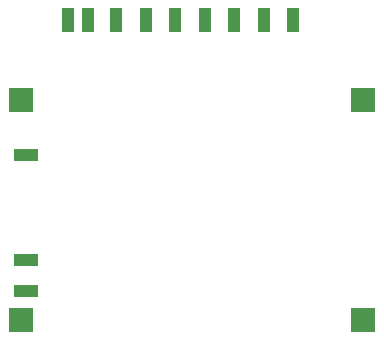
<source format=gtp>
%FSLAX42Y42*%
%MOMM*%
G71*
G01*
G75*
%ADD10C,0.20*%
%ADD11R,2.00X2.00*%
%ADD12R,2.00X1.00*%
%ADD13R,1.00X2.00*%
%ADD14R,1.00X2.00*%
%ADD15C,0.41*%
%ADD16C,0.61*%
%ADD17C,0.30*%
%ADD18C,0.25*%
%ADD19C,1.73*%
%ADD20C,2.03*%
%ADD21C,1.90*%
%ADD22R,1.78X1.78*%
%ADD23C,1.78*%
%ADD24O,1.52X2.29*%
%ADD25R,1.52X2.29*%
%ADD26O,2.03X3.81*%
%ADD27C,1.83*%
%ADD28O,2.29X1.52*%
%ADD29O,1.78X1.52*%
%ADD30R,1.78X1.52*%
%ADD31C,5.08*%
%ADD32R,1.57X1.57*%
%ADD33C,1.57*%
%ADD34R,1.40X1.90*%
%ADD35O,1.40X1.90*%
%ADD36O,1.27X2.29*%
%ADD37R,1.27X2.29*%
%ADD38C,1.40*%
%ADD39R,2.29X1.52*%
%ADD40C,1.27*%
D11*
X21342Y16863D02*
D03*
X24242Y18728D02*
D03*
X21342D02*
D03*
X24242Y16863D02*
D03*
D12*
X21382Y18263D02*
D03*
Y17368D02*
D03*
Y17108D02*
D03*
D13*
X21737Y19403D02*
D03*
X23649D02*
D03*
X22399D02*
D03*
X23399D02*
D03*
X23149D02*
D03*
X22899D02*
D03*
X21907D02*
D03*
X22149D02*
D03*
D14*
X22649Y19403D02*
D03*
M02*

</source>
